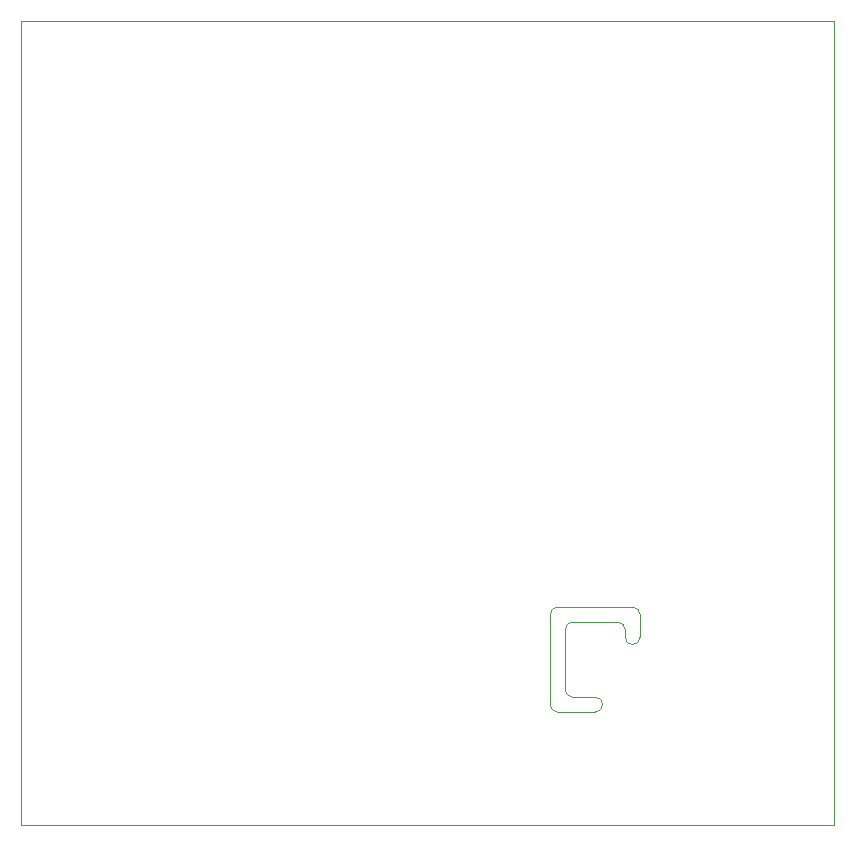
<source format=gm1>
G04 #@! TF.GenerationSoftware,KiCad,Pcbnew,(5.1.9)-1*
G04 #@! TF.CreationDate,2021-11-21T12:26:00+01:00*
G04 #@! TF.ProjectId,SmartSensor,536d6172-7453-4656-9e73-6f722e6b6963,1.3*
G04 #@! TF.SameCoordinates,Original*
G04 #@! TF.FileFunction,Profile,NP*
%FSLAX46Y46*%
G04 Gerber Fmt 4.6, Leading zero omitted, Abs format (unit mm)*
G04 Created by KiCad (PCBNEW (5.1.9)-1) date 2021-11-21 12:26:00*
%MOMM*%
%LPD*%
G01*
G04 APERTURE LIST*
G04 #@! TA.AperFunction,Profile*
%ADD10C,0.050000*%
G04 #@! TD*
G04 APERTURE END LIST*
D10*
X212090000Y-135890000D02*
X210185000Y-135890000D01*
X208915000Y-137160000D02*
X212090000Y-137160000D01*
X209550000Y-133985000D02*
X209550000Y-135255000D01*
X208280000Y-133985000D02*
X208280000Y-136525000D01*
X210185000Y-135890000D02*
G75*
G02*
X209550000Y-135255000I0J635000D01*
G01*
X208915000Y-137160000D02*
G75*
G02*
X208280000Y-136525000I0J635000D01*
G01*
X209550000Y-130175000D02*
X209550000Y-133985000D01*
X213995000Y-129540000D02*
X210185000Y-129540000D01*
X214630000Y-130810000D02*
X214630000Y-130175000D01*
X209550000Y-130175000D02*
G75*
G02*
X210185000Y-129540000I635000J0D01*
G01*
X213995000Y-129540000D02*
G75*
G02*
X214630000Y-130175000I0J-635000D01*
G01*
X215265000Y-128270000D02*
X208915000Y-128270000D01*
X215900000Y-128905000D02*
X215900000Y-130810000D01*
X215265000Y-128270000D02*
G75*
G02*
X215900000Y-128905000I0J-635000D01*
G01*
X208280000Y-128905000D02*
X208280000Y-133985000D01*
X208280000Y-128905000D02*
G75*
G02*
X208915000Y-128270000I635000J0D01*
G01*
X212090000Y-135890000D02*
G75*
G02*
X212090000Y-137160000I0J-635000D01*
G01*
X215900000Y-130810000D02*
G75*
G02*
X214630000Y-130810000I-635000J0D01*
G01*
X232283000Y-137795000D02*
X232283000Y-142240000D01*
X232283000Y-130429000D02*
X232283000Y-137795000D01*
X163449000Y-139319000D02*
X163449000Y-79756000D01*
X163449000Y-78613000D02*
X232283000Y-78613000D01*
X163449000Y-79756000D02*
X163449000Y-78613000D01*
X232283000Y-146304000D02*
X232283000Y-146685000D01*
X212852000Y-146685000D02*
X171958000Y-146685000D01*
X232283000Y-78613000D02*
X232283000Y-83439000D01*
X232283000Y-99822000D02*
X232283000Y-106172000D01*
X221361000Y-146685000D02*
X212852000Y-146685000D01*
X163449000Y-146685000D02*
X163449000Y-139319000D01*
X171958000Y-146685000D02*
X163449000Y-146685000D01*
X232283000Y-83439000D02*
X232283000Y-90551000D01*
X232283000Y-120777000D02*
X232283000Y-130429000D01*
X232283000Y-106172000D02*
X232283000Y-113538000D01*
X232283000Y-146685000D02*
X221361000Y-146685000D01*
X232283000Y-113538000D02*
X232283000Y-120777000D01*
X232283000Y-145034000D02*
X232283000Y-146304000D01*
X232283000Y-90551000D02*
X232283000Y-99822000D01*
X232283000Y-142240000D02*
X232283000Y-145034000D01*
M02*

</source>
